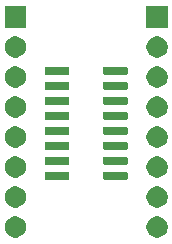
<source format=gts>
G04 #@! TF.GenerationSoftware,KiCad,Pcbnew,(5.1.5)-3*
G04 #@! TF.CreationDate,2020-08-07T02:09:01-04:00*
G04 #@! TF.ProjectId,SOIC-16,534f4943-2d31-4362-9e6b-696361645f70,rev?*
G04 #@! TF.SameCoordinates,Original*
G04 #@! TF.FileFunction,Soldermask,Top*
G04 #@! TF.FilePolarity,Negative*
%FSLAX46Y46*%
G04 Gerber Fmt 4.6, Leading zero omitted, Abs format (unit mm)*
G04 Created by KiCad (PCBNEW (5.1.5)-3) date 2020-08-07 02:09:01*
%MOMM*%
%LPD*%
G04 APERTURE LIST*
%ADD10C,0.100000*%
G04 APERTURE END LIST*
D10*
G36*
X131413512Y-90583927D02*
G01*
X131562812Y-90613624D01*
X131726784Y-90681544D01*
X131874354Y-90780147D01*
X131999853Y-90905646D01*
X132098456Y-91053216D01*
X132166376Y-91217188D01*
X132201000Y-91391259D01*
X132201000Y-91568741D01*
X132166376Y-91742812D01*
X132098456Y-91906784D01*
X131999853Y-92054354D01*
X131874354Y-92179853D01*
X131726784Y-92278456D01*
X131562812Y-92346376D01*
X131413512Y-92376073D01*
X131388742Y-92381000D01*
X131211258Y-92381000D01*
X131186488Y-92376073D01*
X131037188Y-92346376D01*
X130873216Y-92278456D01*
X130725646Y-92179853D01*
X130600147Y-92054354D01*
X130501544Y-91906784D01*
X130433624Y-91742812D01*
X130399000Y-91568741D01*
X130399000Y-91391259D01*
X130433624Y-91217188D01*
X130501544Y-91053216D01*
X130600147Y-90905646D01*
X130725646Y-90780147D01*
X130873216Y-90681544D01*
X131037188Y-90613624D01*
X131186488Y-90583927D01*
X131211258Y-90579000D01*
X131388742Y-90579000D01*
X131413512Y-90583927D01*
G37*
G36*
X119413512Y-90583927D02*
G01*
X119562812Y-90613624D01*
X119726784Y-90681544D01*
X119874354Y-90780147D01*
X119999853Y-90905646D01*
X120098456Y-91053216D01*
X120166376Y-91217188D01*
X120201000Y-91391259D01*
X120201000Y-91568741D01*
X120166376Y-91742812D01*
X120098456Y-91906784D01*
X119999853Y-92054354D01*
X119874354Y-92179853D01*
X119726784Y-92278456D01*
X119562812Y-92346376D01*
X119413512Y-92376073D01*
X119388742Y-92381000D01*
X119211258Y-92381000D01*
X119186488Y-92376073D01*
X119037188Y-92346376D01*
X118873216Y-92278456D01*
X118725646Y-92179853D01*
X118600147Y-92054354D01*
X118501544Y-91906784D01*
X118433624Y-91742812D01*
X118399000Y-91568741D01*
X118399000Y-91391259D01*
X118433624Y-91217188D01*
X118501544Y-91053216D01*
X118600147Y-90905646D01*
X118725646Y-90780147D01*
X118873216Y-90681544D01*
X119037188Y-90613624D01*
X119186488Y-90583927D01*
X119211258Y-90579000D01*
X119388742Y-90579000D01*
X119413512Y-90583927D01*
G37*
G36*
X119413512Y-88043927D02*
G01*
X119562812Y-88073624D01*
X119726784Y-88141544D01*
X119874354Y-88240147D01*
X119999853Y-88365646D01*
X120098456Y-88513216D01*
X120166376Y-88677188D01*
X120201000Y-88851259D01*
X120201000Y-89028741D01*
X120166376Y-89202812D01*
X120098456Y-89366784D01*
X119999853Y-89514354D01*
X119874354Y-89639853D01*
X119726784Y-89738456D01*
X119562812Y-89806376D01*
X119413512Y-89836073D01*
X119388742Y-89841000D01*
X119211258Y-89841000D01*
X119186488Y-89836073D01*
X119037188Y-89806376D01*
X118873216Y-89738456D01*
X118725646Y-89639853D01*
X118600147Y-89514354D01*
X118501544Y-89366784D01*
X118433624Y-89202812D01*
X118399000Y-89028741D01*
X118399000Y-88851259D01*
X118433624Y-88677188D01*
X118501544Y-88513216D01*
X118600147Y-88365646D01*
X118725646Y-88240147D01*
X118873216Y-88141544D01*
X119037188Y-88073624D01*
X119186488Y-88043927D01*
X119211258Y-88039000D01*
X119388742Y-88039000D01*
X119413512Y-88043927D01*
G37*
G36*
X131413512Y-88043927D02*
G01*
X131562812Y-88073624D01*
X131726784Y-88141544D01*
X131874354Y-88240147D01*
X131999853Y-88365646D01*
X132098456Y-88513216D01*
X132166376Y-88677188D01*
X132201000Y-88851259D01*
X132201000Y-89028741D01*
X132166376Y-89202812D01*
X132098456Y-89366784D01*
X131999853Y-89514354D01*
X131874354Y-89639853D01*
X131726784Y-89738456D01*
X131562812Y-89806376D01*
X131413512Y-89836073D01*
X131388742Y-89841000D01*
X131211258Y-89841000D01*
X131186488Y-89836073D01*
X131037188Y-89806376D01*
X130873216Y-89738456D01*
X130725646Y-89639853D01*
X130600147Y-89514354D01*
X130501544Y-89366784D01*
X130433624Y-89202812D01*
X130399000Y-89028741D01*
X130399000Y-88851259D01*
X130433624Y-88677188D01*
X130501544Y-88513216D01*
X130600147Y-88365646D01*
X130725646Y-88240147D01*
X130873216Y-88141544D01*
X131037188Y-88073624D01*
X131186488Y-88043927D01*
X131211258Y-88039000D01*
X131388742Y-88039000D01*
X131413512Y-88043927D01*
G37*
G36*
X128709928Y-86796764D02*
G01*
X128731009Y-86803160D01*
X128750445Y-86813548D01*
X128767476Y-86827524D01*
X128781452Y-86844555D01*
X128791840Y-86863991D01*
X128798236Y-86885072D01*
X128801000Y-86913140D01*
X128801000Y-87376860D01*
X128798236Y-87404928D01*
X128791840Y-87426009D01*
X128781452Y-87445445D01*
X128767476Y-87462476D01*
X128750445Y-87476452D01*
X128731009Y-87486840D01*
X128709928Y-87493236D01*
X128681860Y-87496000D01*
X126868140Y-87496000D01*
X126840072Y-87493236D01*
X126818991Y-87486840D01*
X126799555Y-87476452D01*
X126782524Y-87462476D01*
X126768548Y-87445445D01*
X126758160Y-87426009D01*
X126751764Y-87404928D01*
X126749000Y-87376860D01*
X126749000Y-86913140D01*
X126751764Y-86885072D01*
X126758160Y-86863991D01*
X126768548Y-86844555D01*
X126782524Y-86827524D01*
X126799555Y-86813548D01*
X126818991Y-86803160D01*
X126840072Y-86796764D01*
X126868140Y-86794000D01*
X128681860Y-86794000D01*
X128709928Y-86796764D01*
G37*
G36*
X123759928Y-86796764D02*
G01*
X123781009Y-86803160D01*
X123800445Y-86813548D01*
X123817476Y-86827524D01*
X123831452Y-86844555D01*
X123841840Y-86863991D01*
X123848236Y-86885072D01*
X123851000Y-86913140D01*
X123851000Y-87376860D01*
X123848236Y-87404928D01*
X123841840Y-87426009D01*
X123831452Y-87445445D01*
X123817476Y-87462476D01*
X123800445Y-87476452D01*
X123781009Y-87486840D01*
X123759928Y-87493236D01*
X123731860Y-87496000D01*
X121918140Y-87496000D01*
X121890072Y-87493236D01*
X121868991Y-87486840D01*
X121849555Y-87476452D01*
X121832524Y-87462476D01*
X121818548Y-87445445D01*
X121808160Y-87426009D01*
X121801764Y-87404928D01*
X121799000Y-87376860D01*
X121799000Y-86913140D01*
X121801764Y-86885072D01*
X121808160Y-86863991D01*
X121818548Y-86844555D01*
X121832524Y-86827524D01*
X121849555Y-86813548D01*
X121868991Y-86803160D01*
X121890072Y-86796764D01*
X121918140Y-86794000D01*
X123731860Y-86794000D01*
X123759928Y-86796764D01*
G37*
G36*
X119413512Y-85503927D02*
G01*
X119562812Y-85533624D01*
X119726784Y-85601544D01*
X119874354Y-85700147D01*
X119999853Y-85825646D01*
X120098456Y-85973216D01*
X120166376Y-86137188D01*
X120201000Y-86311259D01*
X120201000Y-86488741D01*
X120166376Y-86662812D01*
X120098456Y-86826784D01*
X119999853Y-86974354D01*
X119874354Y-87099853D01*
X119726784Y-87198456D01*
X119562812Y-87266376D01*
X119413512Y-87296073D01*
X119388742Y-87301000D01*
X119211258Y-87301000D01*
X119186488Y-87296073D01*
X119037188Y-87266376D01*
X118873216Y-87198456D01*
X118725646Y-87099853D01*
X118600147Y-86974354D01*
X118501544Y-86826784D01*
X118433624Y-86662812D01*
X118399000Y-86488741D01*
X118399000Y-86311259D01*
X118433624Y-86137188D01*
X118501544Y-85973216D01*
X118600147Y-85825646D01*
X118725646Y-85700147D01*
X118873216Y-85601544D01*
X119037188Y-85533624D01*
X119186488Y-85503927D01*
X119211258Y-85499000D01*
X119388742Y-85499000D01*
X119413512Y-85503927D01*
G37*
G36*
X131413512Y-85503927D02*
G01*
X131562812Y-85533624D01*
X131726784Y-85601544D01*
X131874354Y-85700147D01*
X131999853Y-85825646D01*
X132098456Y-85973216D01*
X132166376Y-86137188D01*
X132201000Y-86311259D01*
X132201000Y-86488741D01*
X132166376Y-86662812D01*
X132098456Y-86826784D01*
X131999853Y-86974354D01*
X131874354Y-87099853D01*
X131726784Y-87198456D01*
X131562812Y-87266376D01*
X131413512Y-87296073D01*
X131388742Y-87301000D01*
X131211258Y-87301000D01*
X131186488Y-87296073D01*
X131037188Y-87266376D01*
X130873216Y-87198456D01*
X130725646Y-87099853D01*
X130600147Y-86974354D01*
X130501544Y-86826784D01*
X130433624Y-86662812D01*
X130399000Y-86488741D01*
X130399000Y-86311259D01*
X130433624Y-86137188D01*
X130501544Y-85973216D01*
X130600147Y-85825646D01*
X130725646Y-85700147D01*
X130873216Y-85601544D01*
X131037188Y-85533624D01*
X131186488Y-85503927D01*
X131211258Y-85499000D01*
X131388742Y-85499000D01*
X131413512Y-85503927D01*
G37*
G36*
X128709928Y-85526764D02*
G01*
X128731009Y-85533160D01*
X128750445Y-85543548D01*
X128767476Y-85557524D01*
X128781452Y-85574555D01*
X128791840Y-85593991D01*
X128798236Y-85615072D01*
X128801000Y-85643140D01*
X128801000Y-86106860D01*
X128798236Y-86134928D01*
X128791840Y-86156009D01*
X128781452Y-86175445D01*
X128767476Y-86192476D01*
X128750445Y-86206452D01*
X128731009Y-86216840D01*
X128709928Y-86223236D01*
X128681860Y-86226000D01*
X126868140Y-86226000D01*
X126840072Y-86223236D01*
X126818991Y-86216840D01*
X126799555Y-86206452D01*
X126782524Y-86192476D01*
X126768548Y-86175445D01*
X126758160Y-86156009D01*
X126751764Y-86134928D01*
X126749000Y-86106860D01*
X126749000Y-85643140D01*
X126751764Y-85615072D01*
X126758160Y-85593991D01*
X126768548Y-85574555D01*
X126782524Y-85557524D01*
X126799555Y-85543548D01*
X126818991Y-85533160D01*
X126840072Y-85526764D01*
X126868140Y-85524000D01*
X128681860Y-85524000D01*
X128709928Y-85526764D01*
G37*
G36*
X123759928Y-85526764D02*
G01*
X123781009Y-85533160D01*
X123800445Y-85543548D01*
X123817476Y-85557524D01*
X123831452Y-85574555D01*
X123841840Y-85593991D01*
X123848236Y-85615072D01*
X123851000Y-85643140D01*
X123851000Y-86106860D01*
X123848236Y-86134928D01*
X123841840Y-86156009D01*
X123831452Y-86175445D01*
X123817476Y-86192476D01*
X123800445Y-86206452D01*
X123781009Y-86216840D01*
X123759928Y-86223236D01*
X123731860Y-86226000D01*
X121918140Y-86226000D01*
X121890072Y-86223236D01*
X121868991Y-86216840D01*
X121849555Y-86206452D01*
X121832524Y-86192476D01*
X121818548Y-86175445D01*
X121808160Y-86156009D01*
X121801764Y-86134928D01*
X121799000Y-86106860D01*
X121799000Y-85643140D01*
X121801764Y-85615072D01*
X121808160Y-85593991D01*
X121818548Y-85574555D01*
X121832524Y-85557524D01*
X121849555Y-85543548D01*
X121868991Y-85533160D01*
X121890072Y-85526764D01*
X121918140Y-85524000D01*
X123731860Y-85524000D01*
X123759928Y-85526764D01*
G37*
G36*
X128709928Y-84256764D02*
G01*
X128731009Y-84263160D01*
X128750445Y-84273548D01*
X128767476Y-84287524D01*
X128781452Y-84304555D01*
X128791840Y-84323991D01*
X128798236Y-84345072D01*
X128801000Y-84373140D01*
X128801000Y-84836860D01*
X128798236Y-84864928D01*
X128791840Y-84886009D01*
X128781452Y-84905445D01*
X128767476Y-84922476D01*
X128750445Y-84936452D01*
X128731009Y-84946840D01*
X128709928Y-84953236D01*
X128681860Y-84956000D01*
X126868140Y-84956000D01*
X126840072Y-84953236D01*
X126818991Y-84946840D01*
X126799555Y-84936452D01*
X126782524Y-84922476D01*
X126768548Y-84905445D01*
X126758160Y-84886009D01*
X126751764Y-84864928D01*
X126749000Y-84836860D01*
X126749000Y-84373140D01*
X126751764Y-84345072D01*
X126758160Y-84323991D01*
X126768548Y-84304555D01*
X126782524Y-84287524D01*
X126799555Y-84273548D01*
X126818991Y-84263160D01*
X126840072Y-84256764D01*
X126868140Y-84254000D01*
X128681860Y-84254000D01*
X128709928Y-84256764D01*
G37*
G36*
X123759928Y-84256764D02*
G01*
X123781009Y-84263160D01*
X123800445Y-84273548D01*
X123817476Y-84287524D01*
X123831452Y-84304555D01*
X123841840Y-84323991D01*
X123848236Y-84345072D01*
X123851000Y-84373140D01*
X123851000Y-84836860D01*
X123848236Y-84864928D01*
X123841840Y-84886009D01*
X123831452Y-84905445D01*
X123817476Y-84922476D01*
X123800445Y-84936452D01*
X123781009Y-84946840D01*
X123759928Y-84953236D01*
X123731860Y-84956000D01*
X121918140Y-84956000D01*
X121890072Y-84953236D01*
X121868991Y-84946840D01*
X121849555Y-84936452D01*
X121832524Y-84922476D01*
X121818548Y-84905445D01*
X121808160Y-84886009D01*
X121801764Y-84864928D01*
X121799000Y-84836860D01*
X121799000Y-84373140D01*
X121801764Y-84345072D01*
X121808160Y-84323991D01*
X121818548Y-84304555D01*
X121832524Y-84287524D01*
X121849555Y-84273548D01*
X121868991Y-84263160D01*
X121890072Y-84256764D01*
X121918140Y-84254000D01*
X123731860Y-84254000D01*
X123759928Y-84256764D01*
G37*
G36*
X131413512Y-82963927D02*
G01*
X131562812Y-82993624D01*
X131726784Y-83061544D01*
X131874354Y-83160147D01*
X131999853Y-83285646D01*
X132098456Y-83433216D01*
X132166376Y-83597188D01*
X132201000Y-83771259D01*
X132201000Y-83948741D01*
X132166376Y-84122812D01*
X132098456Y-84286784D01*
X131999853Y-84434354D01*
X131874354Y-84559853D01*
X131726784Y-84658456D01*
X131562812Y-84726376D01*
X131413512Y-84756073D01*
X131388742Y-84761000D01*
X131211258Y-84761000D01*
X131186488Y-84756073D01*
X131037188Y-84726376D01*
X130873216Y-84658456D01*
X130725646Y-84559853D01*
X130600147Y-84434354D01*
X130501544Y-84286784D01*
X130433624Y-84122812D01*
X130399000Y-83948741D01*
X130399000Y-83771259D01*
X130433624Y-83597188D01*
X130501544Y-83433216D01*
X130600147Y-83285646D01*
X130725646Y-83160147D01*
X130873216Y-83061544D01*
X131037188Y-82993624D01*
X131186488Y-82963927D01*
X131211258Y-82959000D01*
X131388742Y-82959000D01*
X131413512Y-82963927D01*
G37*
G36*
X119413512Y-82963927D02*
G01*
X119562812Y-82993624D01*
X119726784Y-83061544D01*
X119874354Y-83160147D01*
X119999853Y-83285646D01*
X120098456Y-83433216D01*
X120166376Y-83597188D01*
X120201000Y-83771259D01*
X120201000Y-83948741D01*
X120166376Y-84122812D01*
X120098456Y-84286784D01*
X119999853Y-84434354D01*
X119874354Y-84559853D01*
X119726784Y-84658456D01*
X119562812Y-84726376D01*
X119413512Y-84756073D01*
X119388742Y-84761000D01*
X119211258Y-84761000D01*
X119186488Y-84756073D01*
X119037188Y-84726376D01*
X118873216Y-84658456D01*
X118725646Y-84559853D01*
X118600147Y-84434354D01*
X118501544Y-84286784D01*
X118433624Y-84122812D01*
X118399000Y-83948741D01*
X118399000Y-83771259D01*
X118433624Y-83597188D01*
X118501544Y-83433216D01*
X118600147Y-83285646D01*
X118725646Y-83160147D01*
X118873216Y-83061544D01*
X119037188Y-82993624D01*
X119186488Y-82963927D01*
X119211258Y-82959000D01*
X119388742Y-82959000D01*
X119413512Y-82963927D01*
G37*
G36*
X123759928Y-82986764D02*
G01*
X123781009Y-82993160D01*
X123800445Y-83003548D01*
X123817476Y-83017524D01*
X123831452Y-83034555D01*
X123841840Y-83053991D01*
X123848236Y-83075072D01*
X123851000Y-83103140D01*
X123851000Y-83566860D01*
X123848236Y-83594928D01*
X123841840Y-83616009D01*
X123831452Y-83635445D01*
X123817476Y-83652476D01*
X123800445Y-83666452D01*
X123781009Y-83676840D01*
X123759928Y-83683236D01*
X123731860Y-83686000D01*
X121918140Y-83686000D01*
X121890072Y-83683236D01*
X121868991Y-83676840D01*
X121849555Y-83666452D01*
X121832524Y-83652476D01*
X121818548Y-83635445D01*
X121808160Y-83616009D01*
X121801764Y-83594928D01*
X121799000Y-83566860D01*
X121799000Y-83103140D01*
X121801764Y-83075072D01*
X121808160Y-83053991D01*
X121818548Y-83034555D01*
X121832524Y-83017524D01*
X121849555Y-83003548D01*
X121868991Y-82993160D01*
X121890072Y-82986764D01*
X121918140Y-82984000D01*
X123731860Y-82984000D01*
X123759928Y-82986764D01*
G37*
G36*
X128709928Y-82986764D02*
G01*
X128731009Y-82993160D01*
X128750445Y-83003548D01*
X128767476Y-83017524D01*
X128781452Y-83034555D01*
X128791840Y-83053991D01*
X128798236Y-83075072D01*
X128801000Y-83103140D01*
X128801000Y-83566860D01*
X128798236Y-83594928D01*
X128791840Y-83616009D01*
X128781452Y-83635445D01*
X128767476Y-83652476D01*
X128750445Y-83666452D01*
X128731009Y-83676840D01*
X128709928Y-83683236D01*
X128681860Y-83686000D01*
X126868140Y-83686000D01*
X126840072Y-83683236D01*
X126818991Y-83676840D01*
X126799555Y-83666452D01*
X126782524Y-83652476D01*
X126768548Y-83635445D01*
X126758160Y-83616009D01*
X126751764Y-83594928D01*
X126749000Y-83566860D01*
X126749000Y-83103140D01*
X126751764Y-83075072D01*
X126758160Y-83053991D01*
X126768548Y-83034555D01*
X126782524Y-83017524D01*
X126799555Y-83003548D01*
X126818991Y-82993160D01*
X126840072Y-82986764D01*
X126868140Y-82984000D01*
X128681860Y-82984000D01*
X128709928Y-82986764D01*
G37*
G36*
X123759928Y-81716764D02*
G01*
X123781009Y-81723160D01*
X123800445Y-81733548D01*
X123817476Y-81747524D01*
X123831452Y-81764555D01*
X123841840Y-81783991D01*
X123848236Y-81805072D01*
X123851000Y-81833140D01*
X123851000Y-82296860D01*
X123848236Y-82324928D01*
X123841840Y-82346009D01*
X123831452Y-82365445D01*
X123817476Y-82382476D01*
X123800445Y-82396452D01*
X123781009Y-82406840D01*
X123759928Y-82413236D01*
X123731860Y-82416000D01*
X121918140Y-82416000D01*
X121890072Y-82413236D01*
X121868991Y-82406840D01*
X121849555Y-82396452D01*
X121832524Y-82382476D01*
X121818548Y-82365445D01*
X121808160Y-82346009D01*
X121801764Y-82324928D01*
X121799000Y-82296860D01*
X121799000Y-81833140D01*
X121801764Y-81805072D01*
X121808160Y-81783991D01*
X121818548Y-81764555D01*
X121832524Y-81747524D01*
X121849555Y-81733548D01*
X121868991Y-81723160D01*
X121890072Y-81716764D01*
X121918140Y-81714000D01*
X123731860Y-81714000D01*
X123759928Y-81716764D01*
G37*
G36*
X128709928Y-81716764D02*
G01*
X128731009Y-81723160D01*
X128750445Y-81733548D01*
X128767476Y-81747524D01*
X128781452Y-81764555D01*
X128791840Y-81783991D01*
X128798236Y-81805072D01*
X128801000Y-81833140D01*
X128801000Y-82296860D01*
X128798236Y-82324928D01*
X128791840Y-82346009D01*
X128781452Y-82365445D01*
X128767476Y-82382476D01*
X128750445Y-82396452D01*
X128731009Y-82406840D01*
X128709928Y-82413236D01*
X128681860Y-82416000D01*
X126868140Y-82416000D01*
X126840072Y-82413236D01*
X126818991Y-82406840D01*
X126799555Y-82396452D01*
X126782524Y-82382476D01*
X126768548Y-82365445D01*
X126758160Y-82346009D01*
X126751764Y-82324928D01*
X126749000Y-82296860D01*
X126749000Y-81833140D01*
X126751764Y-81805072D01*
X126758160Y-81783991D01*
X126768548Y-81764555D01*
X126782524Y-81747524D01*
X126799555Y-81733548D01*
X126818991Y-81723160D01*
X126840072Y-81716764D01*
X126868140Y-81714000D01*
X128681860Y-81714000D01*
X128709928Y-81716764D01*
G37*
G36*
X131413512Y-80423927D02*
G01*
X131562812Y-80453624D01*
X131726784Y-80521544D01*
X131874354Y-80620147D01*
X131999853Y-80745646D01*
X132098456Y-80893216D01*
X132166376Y-81057188D01*
X132201000Y-81231259D01*
X132201000Y-81408741D01*
X132166376Y-81582812D01*
X132098456Y-81746784D01*
X131999853Y-81894354D01*
X131874354Y-82019853D01*
X131726784Y-82118456D01*
X131562812Y-82186376D01*
X131413512Y-82216073D01*
X131388742Y-82221000D01*
X131211258Y-82221000D01*
X131186488Y-82216073D01*
X131037188Y-82186376D01*
X130873216Y-82118456D01*
X130725646Y-82019853D01*
X130600147Y-81894354D01*
X130501544Y-81746784D01*
X130433624Y-81582812D01*
X130399000Y-81408741D01*
X130399000Y-81231259D01*
X130433624Y-81057188D01*
X130501544Y-80893216D01*
X130600147Y-80745646D01*
X130725646Y-80620147D01*
X130873216Y-80521544D01*
X131037188Y-80453624D01*
X131186488Y-80423927D01*
X131211258Y-80419000D01*
X131388742Y-80419000D01*
X131413512Y-80423927D01*
G37*
G36*
X119413512Y-80423927D02*
G01*
X119562812Y-80453624D01*
X119726784Y-80521544D01*
X119874354Y-80620147D01*
X119999853Y-80745646D01*
X120098456Y-80893216D01*
X120166376Y-81057188D01*
X120201000Y-81231259D01*
X120201000Y-81408741D01*
X120166376Y-81582812D01*
X120098456Y-81746784D01*
X119999853Y-81894354D01*
X119874354Y-82019853D01*
X119726784Y-82118456D01*
X119562812Y-82186376D01*
X119413512Y-82216073D01*
X119388742Y-82221000D01*
X119211258Y-82221000D01*
X119186488Y-82216073D01*
X119037188Y-82186376D01*
X118873216Y-82118456D01*
X118725646Y-82019853D01*
X118600147Y-81894354D01*
X118501544Y-81746784D01*
X118433624Y-81582812D01*
X118399000Y-81408741D01*
X118399000Y-81231259D01*
X118433624Y-81057188D01*
X118501544Y-80893216D01*
X118600147Y-80745646D01*
X118725646Y-80620147D01*
X118873216Y-80521544D01*
X119037188Y-80453624D01*
X119186488Y-80423927D01*
X119211258Y-80419000D01*
X119388742Y-80419000D01*
X119413512Y-80423927D01*
G37*
G36*
X128709928Y-80446764D02*
G01*
X128731009Y-80453160D01*
X128750445Y-80463548D01*
X128767476Y-80477524D01*
X128781452Y-80494555D01*
X128791840Y-80513991D01*
X128798236Y-80535072D01*
X128801000Y-80563140D01*
X128801000Y-81026860D01*
X128798236Y-81054928D01*
X128791840Y-81076009D01*
X128781452Y-81095445D01*
X128767476Y-81112476D01*
X128750445Y-81126452D01*
X128731009Y-81136840D01*
X128709928Y-81143236D01*
X128681860Y-81146000D01*
X126868140Y-81146000D01*
X126840072Y-81143236D01*
X126818991Y-81136840D01*
X126799555Y-81126452D01*
X126782524Y-81112476D01*
X126768548Y-81095445D01*
X126758160Y-81076009D01*
X126751764Y-81054928D01*
X126749000Y-81026860D01*
X126749000Y-80563140D01*
X126751764Y-80535072D01*
X126758160Y-80513991D01*
X126768548Y-80494555D01*
X126782524Y-80477524D01*
X126799555Y-80463548D01*
X126818991Y-80453160D01*
X126840072Y-80446764D01*
X126868140Y-80444000D01*
X128681860Y-80444000D01*
X128709928Y-80446764D01*
G37*
G36*
X123759928Y-80446764D02*
G01*
X123781009Y-80453160D01*
X123800445Y-80463548D01*
X123817476Y-80477524D01*
X123831452Y-80494555D01*
X123841840Y-80513991D01*
X123848236Y-80535072D01*
X123851000Y-80563140D01*
X123851000Y-81026860D01*
X123848236Y-81054928D01*
X123841840Y-81076009D01*
X123831452Y-81095445D01*
X123817476Y-81112476D01*
X123800445Y-81126452D01*
X123781009Y-81136840D01*
X123759928Y-81143236D01*
X123731860Y-81146000D01*
X121918140Y-81146000D01*
X121890072Y-81143236D01*
X121868991Y-81136840D01*
X121849555Y-81126452D01*
X121832524Y-81112476D01*
X121818548Y-81095445D01*
X121808160Y-81076009D01*
X121801764Y-81054928D01*
X121799000Y-81026860D01*
X121799000Y-80563140D01*
X121801764Y-80535072D01*
X121808160Y-80513991D01*
X121818548Y-80494555D01*
X121832524Y-80477524D01*
X121849555Y-80463548D01*
X121868991Y-80453160D01*
X121890072Y-80446764D01*
X121918140Y-80444000D01*
X123731860Y-80444000D01*
X123759928Y-80446764D01*
G37*
G36*
X128709928Y-79176764D02*
G01*
X128731009Y-79183160D01*
X128750445Y-79193548D01*
X128767476Y-79207524D01*
X128781452Y-79224555D01*
X128791840Y-79243991D01*
X128798236Y-79265072D01*
X128801000Y-79293140D01*
X128801000Y-79756860D01*
X128798236Y-79784928D01*
X128791840Y-79806009D01*
X128781452Y-79825445D01*
X128767476Y-79842476D01*
X128750445Y-79856452D01*
X128731009Y-79866840D01*
X128709928Y-79873236D01*
X128681860Y-79876000D01*
X126868140Y-79876000D01*
X126840072Y-79873236D01*
X126818991Y-79866840D01*
X126799555Y-79856452D01*
X126782524Y-79842476D01*
X126768548Y-79825445D01*
X126758160Y-79806009D01*
X126751764Y-79784928D01*
X126749000Y-79756860D01*
X126749000Y-79293140D01*
X126751764Y-79265072D01*
X126758160Y-79243991D01*
X126768548Y-79224555D01*
X126782524Y-79207524D01*
X126799555Y-79193548D01*
X126818991Y-79183160D01*
X126840072Y-79176764D01*
X126868140Y-79174000D01*
X128681860Y-79174000D01*
X128709928Y-79176764D01*
G37*
G36*
X123759928Y-79176764D02*
G01*
X123781009Y-79183160D01*
X123800445Y-79193548D01*
X123817476Y-79207524D01*
X123831452Y-79224555D01*
X123841840Y-79243991D01*
X123848236Y-79265072D01*
X123851000Y-79293140D01*
X123851000Y-79756860D01*
X123848236Y-79784928D01*
X123841840Y-79806009D01*
X123831452Y-79825445D01*
X123817476Y-79842476D01*
X123800445Y-79856452D01*
X123781009Y-79866840D01*
X123759928Y-79873236D01*
X123731860Y-79876000D01*
X121918140Y-79876000D01*
X121890072Y-79873236D01*
X121868991Y-79866840D01*
X121849555Y-79856452D01*
X121832524Y-79842476D01*
X121818548Y-79825445D01*
X121808160Y-79806009D01*
X121801764Y-79784928D01*
X121799000Y-79756860D01*
X121799000Y-79293140D01*
X121801764Y-79265072D01*
X121808160Y-79243991D01*
X121818548Y-79224555D01*
X121832524Y-79207524D01*
X121849555Y-79193548D01*
X121868991Y-79183160D01*
X121890072Y-79176764D01*
X121918140Y-79174000D01*
X123731860Y-79174000D01*
X123759928Y-79176764D01*
G37*
G36*
X131413512Y-77883927D02*
G01*
X131562812Y-77913624D01*
X131726784Y-77981544D01*
X131874354Y-78080147D01*
X131999853Y-78205646D01*
X132098456Y-78353216D01*
X132166376Y-78517188D01*
X132201000Y-78691259D01*
X132201000Y-78868741D01*
X132166376Y-79042812D01*
X132098456Y-79206784D01*
X131999853Y-79354354D01*
X131874354Y-79479853D01*
X131726784Y-79578456D01*
X131562812Y-79646376D01*
X131413512Y-79676073D01*
X131388742Y-79681000D01*
X131211258Y-79681000D01*
X131186488Y-79676073D01*
X131037188Y-79646376D01*
X130873216Y-79578456D01*
X130725646Y-79479853D01*
X130600147Y-79354354D01*
X130501544Y-79206784D01*
X130433624Y-79042812D01*
X130399000Y-78868741D01*
X130399000Y-78691259D01*
X130433624Y-78517188D01*
X130501544Y-78353216D01*
X130600147Y-78205646D01*
X130725646Y-78080147D01*
X130873216Y-77981544D01*
X131037188Y-77913624D01*
X131186488Y-77883927D01*
X131211258Y-77879000D01*
X131388742Y-77879000D01*
X131413512Y-77883927D01*
G37*
G36*
X119413512Y-77883927D02*
G01*
X119562812Y-77913624D01*
X119726784Y-77981544D01*
X119874354Y-78080147D01*
X119999853Y-78205646D01*
X120098456Y-78353216D01*
X120166376Y-78517188D01*
X120201000Y-78691259D01*
X120201000Y-78868741D01*
X120166376Y-79042812D01*
X120098456Y-79206784D01*
X119999853Y-79354354D01*
X119874354Y-79479853D01*
X119726784Y-79578456D01*
X119562812Y-79646376D01*
X119413512Y-79676073D01*
X119388742Y-79681000D01*
X119211258Y-79681000D01*
X119186488Y-79676073D01*
X119037188Y-79646376D01*
X118873216Y-79578456D01*
X118725646Y-79479853D01*
X118600147Y-79354354D01*
X118501544Y-79206784D01*
X118433624Y-79042812D01*
X118399000Y-78868741D01*
X118399000Y-78691259D01*
X118433624Y-78517188D01*
X118501544Y-78353216D01*
X118600147Y-78205646D01*
X118725646Y-78080147D01*
X118873216Y-77981544D01*
X119037188Y-77913624D01*
X119186488Y-77883927D01*
X119211258Y-77879000D01*
X119388742Y-77879000D01*
X119413512Y-77883927D01*
G37*
G36*
X128709928Y-77906764D02*
G01*
X128731009Y-77913160D01*
X128750445Y-77923548D01*
X128767476Y-77937524D01*
X128781452Y-77954555D01*
X128791840Y-77973991D01*
X128798236Y-77995072D01*
X128801000Y-78023140D01*
X128801000Y-78486860D01*
X128798236Y-78514928D01*
X128791840Y-78536009D01*
X128781452Y-78555445D01*
X128767476Y-78572476D01*
X128750445Y-78586452D01*
X128731009Y-78596840D01*
X128709928Y-78603236D01*
X128681860Y-78606000D01*
X126868140Y-78606000D01*
X126840072Y-78603236D01*
X126818991Y-78596840D01*
X126799555Y-78586452D01*
X126782524Y-78572476D01*
X126768548Y-78555445D01*
X126758160Y-78536009D01*
X126751764Y-78514928D01*
X126749000Y-78486860D01*
X126749000Y-78023140D01*
X126751764Y-77995072D01*
X126758160Y-77973991D01*
X126768548Y-77954555D01*
X126782524Y-77937524D01*
X126799555Y-77923548D01*
X126818991Y-77913160D01*
X126840072Y-77906764D01*
X126868140Y-77904000D01*
X128681860Y-77904000D01*
X128709928Y-77906764D01*
G37*
G36*
X123759928Y-77906764D02*
G01*
X123781009Y-77913160D01*
X123800445Y-77923548D01*
X123817476Y-77937524D01*
X123831452Y-77954555D01*
X123841840Y-77973991D01*
X123848236Y-77995072D01*
X123851000Y-78023140D01*
X123851000Y-78486860D01*
X123848236Y-78514928D01*
X123841840Y-78536009D01*
X123831452Y-78555445D01*
X123817476Y-78572476D01*
X123800445Y-78586452D01*
X123781009Y-78596840D01*
X123759928Y-78603236D01*
X123731860Y-78606000D01*
X121918140Y-78606000D01*
X121890072Y-78603236D01*
X121868991Y-78596840D01*
X121849555Y-78586452D01*
X121832524Y-78572476D01*
X121818548Y-78555445D01*
X121808160Y-78536009D01*
X121801764Y-78514928D01*
X121799000Y-78486860D01*
X121799000Y-78023140D01*
X121801764Y-77995072D01*
X121808160Y-77973991D01*
X121818548Y-77954555D01*
X121832524Y-77937524D01*
X121849555Y-77923548D01*
X121868991Y-77913160D01*
X121890072Y-77906764D01*
X121918140Y-77904000D01*
X123731860Y-77904000D01*
X123759928Y-77906764D01*
G37*
G36*
X119413512Y-75343927D02*
G01*
X119562812Y-75373624D01*
X119726784Y-75441544D01*
X119874354Y-75540147D01*
X119999853Y-75665646D01*
X120098456Y-75813216D01*
X120166376Y-75977188D01*
X120201000Y-76151259D01*
X120201000Y-76328741D01*
X120166376Y-76502812D01*
X120098456Y-76666784D01*
X119999853Y-76814354D01*
X119874354Y-76939853D01*
X119726784Y-77038456D01*
X119562812Y-77106376D01*
X119413512Y-77136073D01*
X119388742Y-77141000D01*
X119211258Y-77141000D01*
X119186488Y-77136073D01*
X119037188Y-77106376D01*
X118873216Y-77038456D01*
X118725646Y-76939853D01*
X118600147Y-76814354D01*
X118501544Y-76666784D01*
X118433624Y-76502812D01*
X118399000Y-76328741D01*
X118399000Y-76151259D01*
X118433624Y-75977188D01*
X118501544Y-75813216D01*
X118600147Y-75665646D01*
X118725646Y-75540147D01*
X118873216Y-75441544D01*
X119037188Y-75373624D01*
X119186488Y-75343927D01*
X119211258Y-75339000D01*
X119388742Y-75339000D01*
X119413512Y-75343927D01*
G37*
G36*
X131413512Y-75343927D02*
G01*
X131562812Y-75373624D01*
X131726784Y-75441544D01*
X131874354Y-75540147D01*
X131999853Y-75665646D01*
X132098456Y-75813216D01*
X132166376Y-75977188D01*
X132201000Y-76151259D01*
X132201000Y-76328741D01*
X132166376Y-76502812D01*
X132098456Y-76666784D01*
X131999853Y-76814354D01*
X131874354Y-76939853D01*
X131726784Y-77038456D01*
X131562812Y-77106376D01*
X131413512Y-77136073D01*
X131388742Y-77141000D01*
X131211258Y-77141000D01*
X131186488Y-77136073D01*
X131037188Y-77106376D01*
X130873216Y-77038456D01*
X130725646Y-76939853D01*
X130600147Y-76814354D01*
X130501544Y-76666784D01*
X130433624Y-76502812D01*
X130399000Y-76328741D01*
X130399000Y-76151259D01*
X130433624Y-75977188D01*
X130501544Y-75813216D01*
X130600147Y-75665646D01*
X130725646Y-75540147D01*
X130873216Y-75441544D01*
X131037188Y-75373624D01*
X131186488Y-75343927D01*
X131211258Y-75339000D01*
X131388742Y-75339000D01*
X131413512Y-75343927D01*
G37*
G36*
X120201000Y-74601000D02*
G01*
X118399000Y-74601000D01*
X118399000Y-72799000D01*
X120201000Y-72799000D01*
X120201000Y-74601000D01*
G37*
G36*
X132201000Y-74601000D02*
G01*
X130399000Y-74601000D01*
X130399000Y-72799000D01*
X132201000Y-72799000D01*
X132201000Y-74601000D01*
G37*
M02*

</source>
